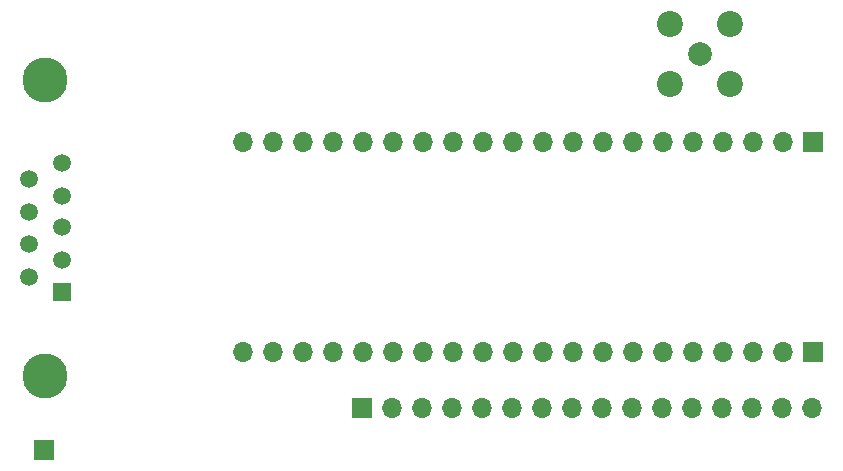
<source format=gbr>
%TF.GenerationSoftware,KiCad,Pcbnew,(5.1.9)-1*%
%TF.CreationDate,2022-05-02T16:44:27-06:00*%
%TF.ProjectId,Resistor_Cali,52657369-7374-46f7-925f-43616c692e6b,rev?*%
%TF.SameCoordinates,Original*%
%TF.FileFunction,Soldermask,Bot*%
%TF.FilePolarity,Negative*%
%FSLAX46Y46*%
G04 Gerber Fmt 4.6, Leading zero omitted, Abs format (unit mm)*
G04 Created by KiCad (PCBNEW (5.1.9)-1) date 2022-05-02 16:44:27*
%MOMM*%
%LPD*%
G01*
G04 APERTURE LIST*
%ADD10C,2.200000*%
%ADD11C,2.000000*%
%ADD12O,1.700000X1.700000*%
%ADD13R,1.700000X1.700000*%
%ADD14C,3.810000*%
%ADD15R,1.520000X1.520000*%
%ADD16C,1.520000*%
G04 APERTURE END LIST*
D10*
%TO.C,J1*%
X-7030000Y3410000D03*
X-12130000Y3410000D03*
X-12130000Y8510000D03*
X-7030000Y8510000D03*
D11*
X-9580000Y5960000D03*
%TD*%
D12*
%TO.C,J5*%
X-50000Y-24075000D03*
X-2590000Y-24075000D03*
X-5130000Y-24075000D03*
X-7670000Y-24075000D03*
X-10210000Y-24075000D03*
X-12750000Y-24075000D03*
X-15290000Y-24075000D03*
X-17830000Y-24075000D03*
X-20370000Y-24075000D03*
X-22910000Y-24075000D03*
X-25450000Y-24075000D03*
X-27990000Y-24075000D03*
X-30530000Y-24075000D03*
X-33070000Y-24075000D03*
X-35610000Y-24075000D03*
D13*
X-38150000Y-24075000D03*
%TD*%
D12*
%TO.C,J4*%
X-48285000Y-19330000D03*
X-45745000Y-19330000D03*
X-43205000Y-19330000D03*
X-40665000Y-19330000D03*
X-38125000Y-19330000D03*
X-35585000Y-19330000D03*
X-33045000Y-19330000D03*
X-30505000Y-19330000D03*
X-27965000Y-19330000D03*
X-25425000Y-19330000D03*
X-22885000Y-19330000D03*
X-20345000Y-19330000D03*
X-17805000Y-19330000D03*
X-15265000Y-19330000D03*
X-12725000Y-19330000D03*
X-10185000Y-19330000D03*
X-7645000Y-19330000D03*
X-5105000Y-19330000D03*
X-2565000Y-19330000D03*
D13*
X-25000Y-19330000D03*
%TD*%
D12*
%TO.C,J3*%
X-48285000Y-1550000D03*
X-45745000Y-1550000D03*
X-43205000Y-1550000D03*
X-40665000Y-1550000D03*
X-38125000Y-1550000D03*
X-35585000Y-1550000D03*
X-33045000Y-1550000D03*
X-30505000Y-1550000D03*
X-27965000Y-1550000D03*
X-25425000Y-1550000D03*
X-22885000Y-1550000D03*
X-20345000Y-1550000D03*
X-17805000Y-1550000D03*
X-15265000Y-1550000D03*
X-12725000Y-1550000D03*
X-10185000Y-1550000D03*
X-7645000Y-1550000D03*
X-5105000Y-1550000D03*
X-2565000Y-1550000D03*
D13*
X-25000Y-1550000D03*
%TD*%
D14*
%TO.C,J2*%
X-64975000Y3730000D03*
X-64975000Y-21290000D03*
D15*
X-63575000Y-14180000D03*
D16*
X-63575000Y-11510000D03*
X-63575000Y-8720000D03*
X-63575000Y-6050000D03*
X-63575000Y-3260000D03*
X-66365000Y-12910000D03*
X-66365000Y-10120000D03*
X-66365000Y-7450000D03*
X-66365000Y-4650000D03*
%TD*%
D13*
%TO.C,J6*%
X-65090000Y-27570000D03*
%TD*%
M02*

</source>
